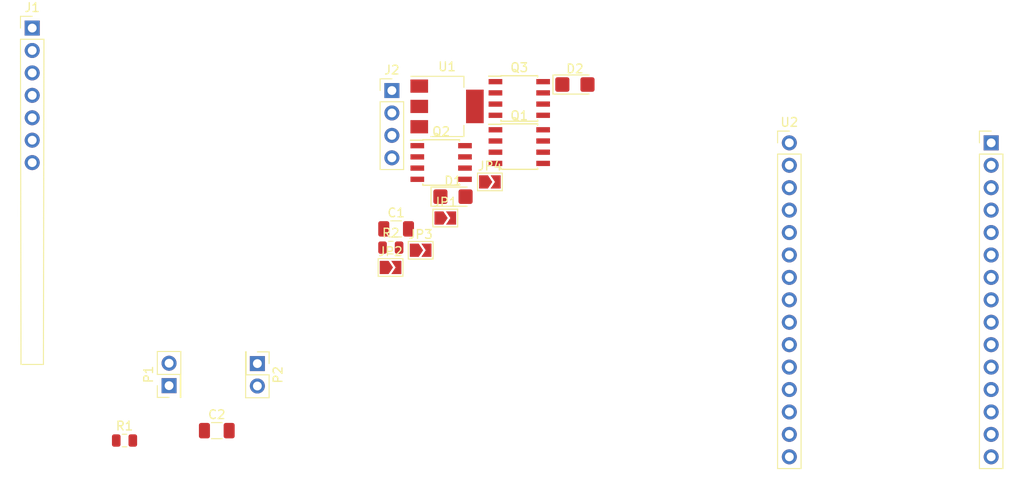
<source format=kicad_pcb>
(kicad_pcb (version 20171130) (host pcbnew 5.1.0-unknown-3692c51~82~ubuntu16.04.1)

  (general
    (thickness 1.6)
    (drawings 0)
    (tracks 0)
    (zones 0)
    (modules 19)
    (nets 12)
  )

  (page A4)
  (layers
    (0 F.Cu signal)
    (31 B.Cu signal)
    (32 B.Adhes user)
    (33 F.Adhes user)
    (34 B.Paste user)
    (35 F.Paste user)
    (36 B.SilkS user)
    (37 F.SilkS user)
    (38 B.Mask user)
    (39 F.Mask user)
    (40 Dwgs.User user)
    (41 Cmts.User user)
    (42 Eco1.User user)
    (43 Eco2.User user)
    (44 Edge.Cuts user)
    (45 Margin user)
    (46 B.CrtYd user)
    (47 F.CrtYd user)
    (48 B.Fab user)
    (49 F.Fab user)
  )

  (setup
    (last_trace_width 0.25)
    (trace_clearance 0.2)
    (zone_clearance 0.508)
    (zone_45_only no)
    (trace_min 0.2)
    (via_size 0.8)
    (via_drill 0.4)
    (via_min_size 0.4)
    (via_min_drill 0.3)
    (uvia_size 0.3)
    (uvia_drill 0.1)
    (uvias_allowed no)
    (uvia_min_size 0.2)
    (uvia_min_drill 0.1)
    (edge_width 0.15)
    (segment_width 0.2)
    (pcb_text_width 0.3)
    (pcb_text_size 1.5 1.5)
    (mod_edge_width 0.15)
    (mod_text_size 1 1)
    (mod_text_width 0.15)
    (pad_size 1.524 1.524)
    (pad_drill 0.762)
    (pad_to_mask_clearance 0.051)
    (solder_mask_min_width 0.25)
    (aux_axis_origin 0 0)
    (visible_elements FFFFFF7F)
    (pcbplotparams
      (layerselection 0x010fc_ffffffff)
      (usegerberextensions false)
      (usegerberattributes false)
      (usegerberadvancedattributes false)
      (creategerberjobfile false)
      (excludeedgelayer true)
      (linewidth 0.100000)
      (plotframeref false)
      (viasonmask false)
      (mode 1)
      (useauxorigin false)
      (hpglpennumber 1)
      (hpglpenspeed 20)
      (hpglpendiameter 15.000000)
      (psnegative false)
      (psa4output false)
      (plotreference true)
      (plotvalue true)
      (plotinvisibletext false)
      (padsonsilk false)
      (subtractmaskfromsilk false)
      (outputformat 1)
      (mirror false)
      (drillshape 1)
      (scaleselection 1)
      (outputdirectory ""))
  )

  (net 0 "")
  (net 1 GND)
  (net 2 +5V)
  (net 3 /GATE)
  (net 4 "Net-(P2-Pad2)")
  (net 5 +BATT)
  (net 6 "Net-(D1-Pad2)")
  (net 7 "Net-(D2-Pad1)")
  (net 8 "Net-(J1-Pad3)")
  (net 9 "Net-(J1-Pad4)")
  (net 10 "Net-(J1-Pad5)")
  (net 11 "Net-(J1-Pad6)")

  (net_class Default "This is the default net class."
    (clearance 0.2)
    (trace_width 0.25)
    (via_dia 0.8)
    (via_drill 0.4)
    (uvia_dia 0.3)
    (uvia_drill 0.1)
    (add_net +5V)
    (add_net +BATT)
    (add_net /GATE)
    (add_net GND)
    (add_net "Net-(D1-Pad2)")
    (add_net "Net-(D2-Pad1)")
    (add_net "Net-(J1-Pad3)")
    (add_net "Net-(J1-Pad4)")
    (add_net "Net-(J1-Pad5)")
    (add_net "Net-(J1-Pad6)")
    (add_net "Net-(P2-Pad2)")
  )

  (module Capacitor_SMD:C_1206_3216Metric (layer F.Cu) (tedit 5B301BBE) (tstamp 5D0F21A6)
    (at 198.715001 103.245001)
    (descr "Capacitor SMD 1206 (3216 Metric), square (rectangular) end terminal, IPC_7351 nominal, (Body size source: http://www.tortai-tech.com/upload/download/2011102023233369053.pdf), generated with kicad-footprint-generator")
    (tags capacitor)
    (path /5CDF2BFF)
    (attr smd)
    (fp_text reference C1 (at 0 -1.82) (layer F.SilkS)
      (effects (font (size 1 1) (thickness 0.15)))
    )
    (fp_text value 4.7uF (at 0 1.82) (layer F.Fab)
      (effects (font (size 1 1) (thickness 0.15)))
    )
    (fp_text user %R (at 0 0) (layer F.Fab)
      (effects (font (size 0.8 0.8) (thickness 0.12)))
    )
    (fp_line (start 2.28 1.12) (end -2.28 1.12) (layer F.CrtYd) (width 0.05))
    (fp_line (start 2.28 -1.12) (end 2.28 1.12) (layer F.CrtYd) (width 0.05))
    (fp_line (start -2.28 -1.12) (end 2.28 -1.12) (layer F.CrtYd) (width 0.05))
    (fp_line (start -2.28 1.12) (end -2.28 -1.12) (layer F.CrtYd) (width 0.05))
    (fp_line (start -0.602064 0.91) (end 0.602064 0.91) (layer F.SilkS) (width 0.12))
    (fp_line (start -0.602064 -0.91) (end 0.602064 -0.91) (layer F.SilkS) (width 0.12))
    (fp_line (start 1.6 0.8) (end -1.6 0.8) (layer F.Fab) (width 0.1))
    (fp_line (start 1.6 -0.8) (end 1.6 0.8) (layer F.Fab) (width 0.1))
    (fp_line (start -1.6 -0.8) (end 1.6 -0.8) (layer F.Fab) (width 0.1))
    (fp_line (start -1.6 0.8) (end -1.6 -0.8) (layer F.Fab) (width 0.1))
    (pad 2 smd roundrect (at 1.4 0) (size 1.25 1.75) (layers F.Cu F.Paste F.Mask) (roundrect_rratio 0.2)
      (net 1 GND))
    (pad 1 smd roundrect (at -1.4 0) (size 1.25 1.75) (layers F.Cu F.Paste F.Mask) (roundrect_rratio 0.2)
      (net 5 +BATT))
    (model ${KISYS3DMOD}/Capacitor_SMD.3dshapes/C_1206_3216Metric.wrl
      (at (xyz 0 0 0))
      (scale (xyz 1 1 1))
      (rotate (xyz 0 0 0))
    )
  )

  (module Capacitor_SMD:C_1206_3216Metric (layer F.Cu) (tedit 5B301BBE) (tstamp 5D0F21B7)
    (at 178.405001 126.095001)
    (descr "Capacitor SMD 1206 (3216 Metric), square (rectangular) end terminal, IPC_7351 nominal, (Body size source: http://www.tortai-tech.com/upload/download/2011102023233369053.pdf), generated with kicad-footprint-generator")
    (tags capacitor)
    (path /5CDF3074)
    (attr smd)
    (fp_text reference C2 (at 0 -1.82) (layer F.SilkS)
      (effects (font (size 1 1) (thickness 0.15)))
    )
    (fp_text value 10uF (at 0 1.82) (layer F.Fab)
      (effects (font (size 1 1) (thickness 0.15)))
    )
    (fp_line (start -1.6 0.8) (end -1.6 -0.8) (layer F.Fab) (width 0.1))
    (fp_line (start -1.6 -0.8) (end 1.6 -0.8) (layer F.Fab) (width 0.1))
    (fp_line (start 1.6 -0.8) (end 1.6 0.8) (layer F.Fab) (width 0.1))
    (fp_line (start 1.6 0.8) (end -1.6 0.8) (layer F.Fab) (width 0.1))
    (fp_line (start -0.602064 -0.91) (end 0.602064 -0.91) (layer F.SilkS) (width 0.12))
    (fp_line (start -0.602064 0.91) (end 0.602064 0.91) (layer F.SilkS) (width 0.12))
    (fp_line (start -2.28 1.12) (end -2.28 -1.12) (layer F.CrtYd) (width 0.05))
    (fp_line (start -2.28 -1.12) (end 2.28 -1.12) (layer F.CrtYd) (width 0.05))
    (fp_line (start 2.28 -1.12) (end 2.28 1.12) (layer F.CrtYd) (width 0.05))
    (fp_line (start 2.28 1.12) (end -2.28 1.12) (layer F.CrtYd) (width 0.05))
    (fp_text user %R (at 0 0) (layer F.Fab)
      (effects (font (size 0.8 0.8) (thickness 0.12)))
    )
    (pad 1 smd roundrect (at -1.4 0) (size 1.25 1.75) (layers F.Cu F.Paste F.Mask) (roundrect_rratio 0.2)
      (net 2 +5V))
    (pad 2 smd roundrect (at 1.4 0) (size 1.25 1.75) (layers F.Cu F.Paste F.Mask) (roundrect_rratio 0.2)
      (net 1 GND))
    (model ${KISYS3DMOD}/Capacitor_SMD.3dshapes/C_1206_3216Metric.wrl
      (at (xyz 0 0 0))
      (scale (xyz 1 1 1))
      (rotate (xyz 0 0 0))
    )
  )

  (module LED_SMD:LED_1206_3216Metric_Castellated (layer F.Cu) (tedit 5B301BBE) (tstamp 5D0F21CA)
    (at 205.155001 99.595001)
    (descr "LED SMD 1206 (3216 Metric), castellated end terminal, IPC_7351 nominal, (Body size source: http://www.tortai-tech.com/upload/download/2011102023233369053.pdf), generated with kicad-footprint-generator")
    (tags "LED castellated")
    (path /5CDF2F86)
    (attr smd)
    (fp_text reference D1 (at 0 -1.78) (layer F.SilkS)
      (effects (font (size 1 1) (thickness 0.15)))
    )
    (fp_text value LED_GREEN (at 0 1.78) (layer F.Fab)
      (effects (font (size 1 1) (thickness 0.15)))
    )
    (fp_line (start 1.6 -0.8) (end -1.2 -0.8) (layer F.Fab) (width 0.1))
    (fp_line (start -1.2 -0.8) (end -1.6 -0.4) (layer F.Fab) (width 0.1))
    (fp_line (start -1.6 -0.4) (end -1.6 0.8) (layer F.Fab) (width 0.1))
    (fp_line (start -1.6 0.8) (end 1.6 0.8) (layer F.Fab) (width 0.1))
    (fp_line (start 1.6 0.8) (end 1.6 -0.8) (layer F.Fab) (width 0.1))
    (fp_line (start 1.6 -1.085) (end -2.485 -1.085) (layer F.SilkS) (width 0.12))
    (fp_line (start -2.485 -1.085) (end -2.485 1.085) (layer F.SilkS) (width 0.12))
    (fp_line (start -2.485 1.085) (end 1.6 1.085) (layer F.SilkS) (width 0.12))
    (fp_line (start -2.48 1.08) (end -2.48 -1.08) (layer F.CrtYd) (width 0.05))
    (fp_line (start -2.48 -1.08) (end 2.48 -1.08) (layer F.CrtYd) (width 0.05))
    (fp_line (start 2.48 -1.08) (end 2.48 1.08) (layer F.CrtYd) (width 0.05))
    (fp_line (start 2.48 1.08) (end -2.48 1.08) (layer F.CrtYd) (width 0.05))
    (fp_text user %R (at 0 0) (layer F.Fab)
      (effects (font (size 0.8 0.8) (thickness 0.12)))
    )
    (pad 1 smd roundrect (at -1.425 0) (size 1.6 1.65) (layers F.Cu F.Paste F.Mask) (roundrect_rratio 0.15625)
      (net 1 GND))
    (pad 2 smd roundrect (at 1.425 0) (size 1.6 1.65) (layers F.Cu F.Paste F.Mask) (roundrect_rratio 0.15625)
      (net 6 "Net-(D1-Pad2)"))
    (model ${KISYS3DMOD}/LED_SMD.3dshapes/LED_1206_3216Metric_Castellated.wrl
      (at (xyz 0 0 0))
      (scale (xyz 1 1 1))
      (rotate (xyz 0 0 0))
    )
  )

  (module LED_SMD:LED_1206_3216Metric_Castellated (layer F.Cu) (tedit 5B301BBE) (tstamp 5D0F21DD)
    (at 218.965001 86.895001)
    (descr "LED SMD 1206 (3216 Metric), castellated end terminal, IPC_7351 nominal, (Body size source: http://www.tortai-tech.com/upload/download/2011102023233369053.pdf), generated with kicad-footprint-generator")
    (tags "LED castellated")
    (path /5CDFB063)
    (attr smd)
    (fp_text reference D2 (at 0 -1.78) (layer F.SilkS)
      (effects (font (size 1 1) (thickness 0.15)))
    )
    (fp_text value LED_RED (at 0 1.78) (layer F.Fab)
      (effects (font (size 1 1) (thickness 0.15)))
    )
    (fp_text user %R (at 0 0) (layer F.Fab)
      (effects (font (size 0.8 0.8) (thickness 0.12)))
    )
    (fp_line (start 2.48 1.08) (end -2.48 1.08) (layer F.CrtYd) (width 0.05))
    (fp_line (start 2.48 -1.08) (end 2.48 1.08) (layer F.CrtYd) (width 0.05))
    (fp_line (start -2.48 -1.08) (end 2.48 -1.08) (layer F.CrtYd) (width 0.05))
    (fp_line (start -2.48 1.08) (end -2.48 -1.08) (layer F.CrtYd) (width 0.05))
    (fp_line (start -2.485 1.085) (end 1.6 1.085) (layer F.SilkS) (width 0.12))
    (fp_line (start -2.485 -1.085) (end -2.485 1.085) (layer F.SilkS) (width 0.12))
    (fp_line (start 1.6 -1.085) (end -2.485 -1.085) (layer F.SilkS) (width 0.12))
    (fp_line (start 1.6 0.8) (end 1.6 -0.8) (layer F.Fab) (width 0.1))
    (fp_line (start -1.6 0.8) (end 1.6 0.8) (layer F.Fab) (width 0.1))
    (fp_line (start -1.6 -0.4) (end -1.6 0.8) (layer F.Fab) (width 0.1))
    (fp_line (start -1.2 -0.8) (end -1.6 -0.4) (layer F.Fab) (width 0.1))
    (fp_line (start 1.6 -0.8) (end -1.2 -0.8) (layer F.Fab) (width 0.1))
    (pad 2 smd roundrect (at 1.425 0) (size 1.6 1.65) (layers F.Cu F.Paste F.Mask) (roundrect_rratio 0.15625)
      (net 3 /GATE))
    (pad 1 smd roundrect (at -1.425 0) (size 1.6 1.65) (layers F.Cu F.Paste F.Mask) (roundrect_rratio 0.15625)
      (net 7 "Net-(D2-Pad1)"))
    (model ${KISYS3DMOD}/LED_SMD.3dshapes/LED_1206_3216Metric_Castellated.wrl
      (at (xyz 0 0 0))
      (scale (xyz 1 1 1))
      (rotate (xyz 0 0 0))
    )
  )

  (module roomba_pcb:Receiver_IARC (layer F.Cu) (tedit 59FA5945) (tstamp 5CEEB21B)
    (at 157.5 80.5)
    (descr "Through hole straight pin header, 1x07, 2.54mm pitch, single row")
    (tags "Through hole pin header THT 1x07 2.54mm single row")
    (path /5CDF89FF)
    (fp_text reference J1 (at 0 -2.33) (layer F.SilkS)
      (effects (font (size 1 1) (thickness 0.15)))
    )
    (fp_text value RECEIVER (at 0 39.37) (layer F.Fab)
      (effects (font (size 1 1) (thickness 0.15)))
    )
    (fp_line (start -0.635 -1.27) (end 1.27 -1.27) (layer F.Fab) (width 0.1))
    (fp_line (start 1.27 -1.27) (end 1.27 38.1) (layer F.Fab) (width 0.1))
    (fp_line (start 1.27 38.1) (end -1.27 38.1) (layer F.Fab) (width 0.1))
    (fp_line (start -1.27 38.1) (end -1.27 -0.635) (layer F.Fab) (width 0.1))
    (fp_line (start -1.27 -0.635) (end -0.635 -1.27) (layer F.Fab) (width 0.1))
    (fp_line (start -1.27 38.1) (end 1.27 38.1) (layer F.SilkS) (width 0.12))
    (fp_line (start -1.33 1.27) (end -1.27 38.1) (layer F.SilkS) (width 0.12))
    (fp_line (start 1.33 1.27) (end 1.27 38.1) (layer F.SilkS) (width 0.12))
    (fp_line (start -1.33 1.27) (end 1.33 1.27) (layer F.SilkS) (width 0.12))
    (fp_line (start -1.33 0) (end -1.33 -1.33) (layer F.SilkS) (width 0.12))
    (fp_line (start -1.33 -1.33) (end 0 -1.33) (layer F.SilkS) (width 0.12))
    (fp_line (start -1.8 -1.8) (end -1.8 38.64) (layer F.CrtYd) (width 0.05))
    (fp_line (start -1.8 38.64) (end 1.8 38.64) (layer F.CrtYd) (width 0.05))
    (fp_line (start 1.8 38.64) (end 1.8 -1.8) (layer F.CrtYd) (width 0.05))
    (fp_line (start 1.8 -1.8) (end -1.8 -1.8) (layer F.CrtYd) (width 0.05))
    (fp_text user %R (at 0 7.62 90) (layer F.Fab)
      (effects (font (size 1 1) (thickness 0.15)))
    )
    (pad 1 thru_hole rect (at 0 0) (size 1.7 1.7) (drill 1) (layers *.Cu *.Mask)
      (net 1 GND))
    (pad 2 thru_hole oval (at 0 2.54) (size 1.7 1.7) (drill 1) (layers *.Cu *.Mask)
      (net 2 +5V))
    (pad 3 thru_hole oval (at 0 5.08) (size 1.7 1.7) (drill 1) (layers *.Cu *.Mask)
      (net 8 "Net-(J1-Pad3)"))
    (pad 4 thru_hole oval (at 0 7.62) (size 1.7 1.7) (drill 1) (layers *.Cu *.Mask)
      (net 9 "Net-(J1-Pad4)"))
    (pad 5 thru_hole oval (at 0 10.16) (size 1.7 1.7) (drill 1) (layers *.Cu *.Mask)
      (net 10 "Net-(J1-Pad5)"))
    (pad 6 thru_hole oval (at 0 12.7) (size 1.7 1.7) (drill 1) (layers *.Cu *.Mask)
      (net 11 "Net-(J1-Pad6)"))
    (pad 7 thru_hole oval (at 0 15.24) (size 1.7 1.7) (drill 1) (layers *.Cu *.Mask))
    (model ${KISYS3DMOD}/Pin_Headers.3dshapes/Pin_Header_Straight_1x07_Pitch2.54mm.wrl
      (at (xyz 0 0 0))
      (scale (xyz 1 1 1))
      (rotate (xyz 0 0 0))
    )
  )

  (module Connector_PinHeader_2.54mm:PinHeader_1x04_P2.54mm_Vertical (layer F.Cu) (tedit 59FED5CC) (tstamp 5D0F2210)
    (at 198.235001 87.575001)
    (descr "Through hole straight pin header, 1x04, 2.54mm pitch, single row")
    (tags "Through hole pin header THT 1x04 2.54mm single row")
    (path /5CE01028)
    (fp_text reference J2 (at 0 -2.33) (layer F.SilkS)
      (effects (font (size 1 1) (thickness 0.15)))
    )
    (fp_text value Conn_01x04 (at 0 9.95) (layer F.Fab)
      (effects (font (size 1 1) (thickness 0.15)))
    )
    (fp_line (start -0.635 -1.27) (end 1.27 -1.27) (layer F.Fab) (width 0.1))
    (fp_line (start 1.27 -1.27) (end 1.27 8.89) (layer F.Fab) (width 0.1))
    (fp_line (start 1.27 8.89) (end -1.27 8.89) (layer F.Fab) (width 0.1))
    (fp_line (start -1.27 8.89) (end -1.27 -0.635) (layer F.Fab) (width 0.1))
    (fp_line (start -1.27 -0.635) (end -0.635 -1.27) (layer F.Fab) (width 0.1))
    (fp_line (start -1.33 8.95) (end 1.33 8.95) (layer F.SilkS) (width 0.12))
    (fp_line (start -1.33 1.27) (end -1.33 8.95) (layer F.SilkS) (width 0.12))
    (fp_line (start 1.33 1.27) (end 1.33 8.95) (layer F.SilkS) (width 0.12))
    (fp_line (start -1.33 1.27) (end 1.33 1.27) (layer F.SilkS) (width 0.12))
    (fp_line (start -1.33 0) (end -1.33 -1.33) (layer F.SilkS) (width 0.12))
    (fp_line (start -1.33 -1.33) (end 0 -1.33) (layer F.SilkS) (width 0.12))
    (fp_line (start -1.8 -1.8) (end -1.8 9.4) (layer F.CrtYd) (width 0.05))
    (fp_line (start -1.8 9.4) (end 1.8 9.4) (layer F.CrtYd) (width 0.05))
    (fp_line (start 1.8 9.4) (end 1.8 -1.8) (layer F.CrtYd) (width 0.05))
    (fp_line (start 1.8 -1.8) (end -1.8 -1.8) (layer F.CrtYd) (width 0.05))
    (fp_text user %R (at 0 3.81 90) (layer F.Fab)
      (effects (font (size 1 1) (thickness 0.15)))
    )
    (pad 1 thru_hole rect (at 0 0) (size 1.7 1.7) (drill 1) (layers *.Cu *.Mask)
      (net 5 +BATT))
    (pad 2 thru_hole oval (at 0 2.54) (size 1.7 1.7) (drill 1) (layers *.Cu *.Mask)
      (net 2 +5V))
    (pad 3 thru_hole oval (at 0 5.08) (size 1.7 1.7) (drill 1) (layers *.Cu *.Mask)
      (net 3 /GATE))
    (pad 4 thru_hole oval (at 0 7.62) (size 1.7 1.7) (drill 1) (layers *.Cu *.Mask)
      (net 1 GND))
    (model ${KISYS3DMOD}/Connector_PinHeader_2.54mm.3dshapes/PinHeader_1x04_P2.54mm_Vertical.wrl
      (at (xyz 0 0 0))
      (scale (xyz 1 1 1))
      (rotate (xyz 0 0 0))
    )
  )

  (module Jumper:SolderJumper-2_P1.3mm_Open_TrianglePad1.0x1.5mm (layer F.Cu) (tedit 5A64794F) (tstamp 5D0F221E)
    (at 204.285001 102.015001)
    (descr "SMD Solder Jumper, 1x1.5mm Triangular Pads, 0.3mm gap, open")
    (tags "solder jumper open")
    (path /5CDF940E)
    (attr virtual)
    (fp_text reference JP1 (at 0 -1.8) (layer F.SilkS)
      (effects (font (size 1 1) (thickness 0.15)))
    )
    (fp_text value Jumper (at 0 1.9) (layer F.Fab)
      (effects (font (size 1 1) (thickness 0.15)))
    )
    (fp_line (start -1.4 1) (end -1.4 -1) (layer F.SilkS) (width 0.12))
    (fp_line (start 1.4 1) (end -1.4 1) (layer F.SilkS) (width 0.12))
    (fp_line (start 1.4 -1) (end 1.4 1) (layer F.SilkS) (width 0.12))
    (fp_line (start -1.4 -1) (end 1.4 -1) (layer F.SilkS) (width 0.12))
    (fp_line (start -1.65 -1.25) (end 1.65 -1.25) (layer F.CrtYd) (width 0.05))
    (fp_line (start -1.65 -1.25) (end -1.65 1.25) (layer F.CrtYd) (width 0.05))
    (fp_line (start 1.65 1.25) (end 1.65 -1.25) (layer F.CrtYd) (width 0.05))
    (fp_line (start 1.65 1.25) (end -1.65 1.25) (layer F.CrtYd) (width 0.05))
    (pad 2 smd custom (at 0.725 0) (size 0.3 0.3) (layers F.Cu F.Mask)
      (net 3 /GATE) (zone_connect 0)
      (options (clearance outline) (anchor rect))
      (primitives
        (gr_poly (pts
           (xy -0.65 -0.75) (xy 0.5 -0.75) (xy 0.5 0.75) (xy -0.65 0.75) (xy -0.15 0)
) (width 0))
      ))
    (pad 1 smd custom (at -0.725 0) (size 0.3 0.3) (layers F.Cu F.Mask)
      (net 8 "Net-(J1-Pad3)") (zone_connect 0)
      (options (clearance outline) (anchor rect))
      (primitives
        (gr_poly (pts
           (xy -0.5 -0.75) (xy 0.5 -0.75) (xy 1 0) (xy 0.5 0.75) (xy -0.5 0.75)
) (width 0))
      ))
  )

  (module Jumper:SolderJumper-2_P1.3mm_Open_TrianglePad1.0x1.5mm (layer F.Cu) (tedit 5A64794F) (tstamp 5D0F222C)
    (at 198.085001 107.615001)
    (descr "SMD Solder Jumper, 1x1.5mm Triangular Pads, 0.3mm gap, open")
    (tags "solder jumper open")
    (path /5CDF96DB)
    (attr virtual)
    (fp_text reference JP2 (at 0 -1.8) (layer F.SilkS)
      (effects (font (size 1 1) (thickness 0.15)))
    )
    (fp_text value Jumper (at 0 1.9) (layer F.Fab)
      (effects (font (size 1 1) (thickness 0.15)))
    )
    (fp_line (start 1.65 1.25) (end -1.65 1.25) (layer F.CrtYd) (width 0.05))
    (fp_line (start 1.65 1.25) (end 1.65 -1.25) (layer F.CrtYd) (width 0.05))
    (fp_line (start -1.65 -1.25) (end -1.65 1.25) (layer F.CrtYd) (width 0.05))
    (fp_line (start -1.65 -1.25) (end 1.65 -1.25) (layer F.CrtYd) (width 0.05))
    (fp_line (start -1.4 -1) (end 1.4 -1) (layer F.SilkS) (width 0.12))
    (fp_line (start 1.4 -1) (end 1.4 1) (layer F.SilkS) (width 0.12))
    (fp_line (start 1.4 1) (end -1.4 1) (layer F.SilkS) (width 0.12))
    (fp_line (start -1.4 1) (end -1.4 -1) (layer F.SilkS) (width 0.12))
    (pad 1 smd custom (at -0.725 0) (size 0.3 0.3) (layers F.Cu F.Mask)
      (net 9 "Net-(J1-Pad4)") (zone_connect 0)
      (options (clearance outline) (anchor rect))
      (primitives
        (gr_poly (pts
           (xy -0.5 -0.75) (xy 0.5 -0.75) (xy 1 0) (xy 0.5 0.75) (xy -0.5 0.75)
) (width 0))
      ))
    (pad 2 smd custom (at 0.725 0) (size 0.3 0.3) (layers F.Cu F.Mask)
      (net 3 /GATE) (zone_connect 0)
      (options (clearance outline) (anchor rect))
      (primitives
        (gr_poly (pts
           (xy -0.65 -0.75) (xy 0.5 -0.75) (xy 0.5 0.75) (xy -0.65 0.75) (xy -0.15 0)
) (width 0))
      ))
  )

  (module Jumper:SolderJumper-2_P1.3mm_Open_TrianglePad1.0x1.5mm (layer F.Cu) (tedit 5A64794F) (tstamp 5D0F223A)
    (at 201.495001 105.665001)
    (descr "SMD Solder Jumper, 1x1.5mm Triangular Pads, 0.3mm gap, open")
    (tags "solder jumper open")
    (path /5CDF9705)
    (attr virtual)
    (fp_text reference JP3 (at 0 -1.8) (layer F.SilkS)
      (effects (font (size 1 1) (thickness 0.15)))
    )
    (fp_text value Jumper (at 0 1.9) (layer F.Fab)
      (effects (font (size 1 1) (thickness 0.15)))
    )
    (fp_line (start -1.4 1) (end -1.4 -1) (layer F.SilkS) (width 0.12))
    (fp_line (start 1.4 1) (end -1.4 1) (layer F.SilkS) (width 0.12))
    (fp_line (start 1.4 -1) (end 1.4 1) (layer F.SilkS) (width 0.12))
    (fp_line (start -1.4 -1) (end 1.4 -1) (layer F.SilkS) (width 0.12))
    (fp_line (start -1.65 -1.25) (end 1.65 -1.25) (layer F.CrtYd) (width 0.05))
    (fp_line (start -1.65 -1.25) (end -1.65 1.25) (layer F.CrtYd) (width 0.05))
    (fp_line (start 1.65 1.25) (end 1.65 -1.25) (layer F.CrtYd) (width 0.05))
    (fp_line (start 1.65 1.25) (end -1.65 1.25) (layer F.CrtYd) (width 0.05))
    (pad 2 smd custom (at 0.725 0) (size 0.3 0.3) (layers F.Cu F.Mask)
      (net 3 /GATE) (zone_connect 0)
      (options (clearance outline) (anchor rect))
      (primitives
        (gr_poly (pts
           (xy -0.65 -0.75) (xy 0.5 -0.75) (xy 0.5 0.75) (xy -0.65 0.75) (xy -0.15 0)
) (width 0))
      ))
    (pad 1 smd custom (at -0.725 0) (size 0.3 0.3) (layers F.Cu F.Mask)
      (net 10 "Net-(J1-Pad5)") (zone_connect 0)
      (options (clearance outline) (anchor rect))
      (primitives
        (gr_poly (pts
           (xy -0.5 -0.75) (xy 0.5 -0.75) (xy 1 0) (xy 0.5 0.75) (xy -0.5 0.75)
) (width 0))
      ))
  )

  (module Jumper:SolderJumper-2_P1.3mm_Open_TrianglePad1.0x1.5mm (layer F.Cu) (tedit 5A64794F) (tstamp 5D0F2248)
    (at 209.335001 97.925001)
    (descr "SMD Solder Jumper, 1x1.5mm Triangular Pads, 0.3mm gap, open")
    (tags "solder jumper open")
    (path /5CDF9749)
    (attr virtual)
    (fp_text reference JP4 (at 0 -1.8) (layer F.SilkS)
      (effects (font (size 1 1) (thickness 0.15)))
    )
    (fp_text value Jumper (at 0 1.9) (layer F.Fab)
      (effects (font (size 1 1) (thickness 0.15)))
    )
    (fp_line (start 1.65 1.25) (end -1.65 1.25) (layer F.CrtYd) (width 0.05))
    (fp_line (start 1.65 1.25) (end 1.65 -1.25) (layer F.CrtYd) (width 0.05))
    (fp_line (start -1.65 -1.25) (end -1.65 1.25) (layer F.CrtYd) (width 0.05))
    (fp_line (start -1.65 -1.25) (end 1.65 -1.25) (layer F.CrtYd) (width 0.05))
    (fp_line (start -1.4 -1) (end 1.4 -1) (layer F.SilkS) (width 0.12))
    (fp_line (start 1.4 -1) (end 1.4 1) (layer F.SilkS) (width 0.12))
    (fp_line (start 1.4 1) (end -1.4 1) (layer F.SilkS) (width 0.12))
    (fp_line (start -1.4 1) (end -1.4 -1) (layer F.SilkS) (width 0.12))
    (pad 1 smd custom (at -0.725 0) (size 0.3 0.3) (layers F.Cu F.Mask)
      (net 11 "Net-(J1-Pad6)") (zone_connect 0)
      (options (clearance outline) (anchor rect))
      (primitives
        (gr_poly (pts
           (xy -0.5 -0.75) (xy 0.5 -0.75) (xy 1 0) (xy 0.5 0.75) (xy -0.5 0.75)
) (width 0))
      ))
    (pad 2 smd custom (at 0.725 0) (size 0.3 0.3) (layers F.Cu F.Mask)
      (net 3 /GATE) (zone_connect 0)
      (options (clearance outline) (anchor rect))
      (primitives
        (gr_poly (pts
           (xy -0.65 -0.75) (xy 0.5 -0.75) (xy 0.5 0.75) (xy -0.65 0.75) (xy -0.15 0)
) (width 0))
      ))
  )

  (module Connector_PinHeader_2.54mm:PinHeader_2x01_P2.54mm_Vertical (layer F.Cu) (tedit 59FED5CC) (tstamp 5D0F2260)
    (at 173 121 90)
    (descr "Through hole straight pin header, 2x01, 2.54mm pitch, double rows")
    (tags "Through hole pin header THT 2x01 2.54mm double row")
    (path /5CDF3614)
    (fp_text reference P1 (at 1.27 -2.33 90) (layer F.SilkS)
      (effects (font (size 1 1) (thickness 0.15)))
    )
    (fp_text value HEADER2 (at 1.27 2.33 90) (layer F.Fab)
      (effects (font (size 1 1) (thickness 0.15)))
    )
    (fp_line (start 0 -1.27) (end 3.81 -1.27) (layer F.Fab) (width 0.1))
    (fp_line (start 3.81 -1.27) (end 3.81 1.27) (layer F.Fab) (width 0.1))
    (fp_line (start 3.81 1.27) (end -1.27 1.27) (layer F.Fab) (width 0.1))
    (fp_line (start -1.27 1.27) (end -1.27 0) (layer F.Fab) (width 0.1))
    (fp_line (start -1.27 0) (end 0 -1.27) (layer F.Fab) (width 0.1))
    (fp_line (start -1.33 1.33) (end 3.87 1.33) (layer F.SilkS) (width 0.12))
    (fp_line (start -1.33 1.27) (end -1.33 1.33) (layer F.SilkS) (width 0.12))
    (fp_line (start 3.87 -1.33) (end 3.87 1.33) (layer F.SilkS) (width 0.12))
    (fp_line (start -1.33 1.27) (end 1.27 1.27) (layer F.SilkS) (width 0.12))
    (fp_line (start 1.27 1.27) (end 1.27 -1.33) (layer F.SilkS) (width 0.12))
    (fp_line (start 1.27 -1.33) (end 3.87 -1.33) (layer F.SilkS) (width 0.12))
    (fp_line (start -1.33 0) (end -1.33 -1.33) (layer F.SilkS) (width 0.12))
    (fp_line (start -1.33 -1.33) (end 0 -1.33) (layer F.SilkS) (width 0.12))
    (fp_line (start -1.8 -1.8) (end -1.8 1.8) (layer F.CrtYd) (width 0.05))
    (fp_line (start -1.8 1.8) (end 4.35 1.8) (layer F.CrtYd) (width 0.05))
    (fp_line (start 4.35 1.8) (end 4.35 -1.8) (layer F.CrtYd) (width 0.05))
    (fp_line (start 4.35 -1.8) (end -1.8 -1.8) (layer F.CrtYd) (width 0.05))
    (fp_text user %R (at 1.27 0 180) (layer F.Fab)
      (effects (font (size 1 1) (thickness 0.15)))
    )
    (pad 1 thru_hole rect (at 0 0 90) (size 1.7 1.7) (drill 1) (layers *.Cu *.Mask)
      (net 1 GND))
    (pad 2 thru_hole oval (at 2.54 0 90) (size 1.7 1.7) (drill 1) (layers *.Cu *.Mask)
      (net 5 +BATT))
    (model ${KISYS3DMOD}/Connector_PinHeader_2.54mm.3dshapes/PinHeader_2x01_P2.54mm_Vertical.wrl
      (at (xyz 0 0 0))
      (scale (xyz 1 1 1))
      (rotate (xyz 0 0 0))
    )
  )

  (module Connector_PinHeader_2.54mm:PinHeader_2x01_P2.54mm_Vertical (layer F.Cu) (tedit 59FED5CC) (tstamp 5D0F2278)
    (at 183 118.5 270)
    (descr "Through hole straight pin header, 2x01, 2.54mm pitch, double rows")
    (tags "Through hole pin header THT 2x01 2.54mm double row")
    (path /5CDF6130)
    (fp_text reference P2 (at 1.27 -2.33 270) (layer F.SilkS)
      (effects (font (size 1 1) (thickness 0.15)))
    )
    (fp_text value TOMOTORS (at 1.27 2.33 270) (layer F.Fab)
      (effects (font (size 1 1) (thickness 0.15)))
    )
    (fp_text user %R (at 1.27 0) (layer F.Fab)
      (effects (font (size 1 1) (thickness 0.15)))
    )
    (fp_line (start 4.35 -1.8) (end -1.8 -1.8) (layer F.CrtYd) (width 0.05))
    (fp_line (start 4.35 1.8) (end 4.35 -1.8) (layer F.CrtYd) (width 0.05))
    (fp_line (start -1.8 1.8) (end 4.35 1.8) (layer F.CrtYd) (width 0.05))
    (fp_line (start -1.8 -1.8) (end -1.8 1.8) (layer F.CrtYd) (width 0.05))
    (fp_line (start -1.33 -1.33) (end 0 -1.33) (layer F.SilkS) (width 0.12))
    (fp_line (start -1.33 0) (end -1.33 -1.33) (layer F.SilkS) (width 0.12))
    (fp_line (start 1.27 -1.33) (end 3.87 -1.33) (layer F.SilkS) (width 0.12))
    (fp_line (start 1.27 1.27) (end 1.27 -1.33) (layer F.SilkS) (width 0.12))
    (fp_line (start -1.33 1.27) (end 1.27 1.27) (layer F.SilkS) (width 0.12))
    (fp_line (start 3.87 -1.33) (end 3.87 1.33) (layer F.SilkS) (width 0.12))
    (fp_line (start -1.33 1.27) (end -1.33 1.33) (layer F.SilkS) (width 0.12))
    (fp_line (start -1.33 1.33) (end 3.87 1.33) (layer F.SilkS) (width 0.12))
    (fp_line (start -1.27 0) (end 0 -1.27) (layer F.Fab) (width 0.1))
    (fp_line (start -1.27 1.27) (end -1.27 0) (layer F.Fab) (width 0.1))
    (fp_line (start 3.81 1.27) (end -1.27 1.27) (layer F.Fab) (width 0.1))
    (fp_line (start 3.81 -1.27) (end 3.81 1.27) (layer F.Fab) (width 0.1))
    (fp_line (start 0 -1.27) (end 3.81 -1.27) (layer F.Fab) (width 0.1))
    (pad 2 thru_hole oval (at 2.54 0 270) (size 1.7 1.7) (drill 1) (layers *.Cu *.Mask)
      (net 4 "Net-(P2-Pad2)"))
    (pad 1 thru_hole rect (at 0 0 270) (size 1.7 1.7) (drill 1) (layers *.Cu *.Mask)
      (net 5 +BATT))
    (model ${KISYS3DMOD}/Connector_PinHeader_2.54mm.3dshapes/PinHeader_2x01_P2.54mm_Vertical.wrl
      (at (xyz 0 0 0))
      (scale (xyz 1 1 1))
      (rotate (xyz 0 0 0))
    )
  )

  (module Package_SO:SOIC-8_3.9x4.9mm_P1.27mm (layer F.Cu) (tedit 5A02F2D3) (tstamp 5D0F2295)
    (at 212.665001 93.925001)
    (descr "8-Lead Plastic Small Outline (SN) - Narrow, 3.90 mm Body [SOIC] (see Microchip Packaging Specification http://ww1.microchip.com/downloads/en/PackagingSpec/00000049BQ.pdf)")
    (tags "SOIC 1.27")
    (path /5CDF3BD9)
    (attr smd)
    (fp_text reference Q1 (at 0 -3.5) (layer F.SilkS)
      (effects (font (size 1 1) (thickness 0.15)))
    )
    (fp_text value IRF8301M (at 0 3.5) (layer F.Fab)
      (effects (font (size 1 1) (thickness 0.15)))
    )
    (fp_text user %R (at 0 0) (layer F.Fab)
      (effects (font (size 1 1) (thickness 0.15)))
    )
    (fp_line (start -0.95 -2.45) (end 1.95 -2.45) (layer F.Fab) (width 0.1))
    (fp_line (start 1.95 -2.45) (end 1.95 2.45) (layer F.Fab) (width 0.1))
    (fp_line (start 1.95 2.45) (end -1.95 2.45) (layer F.Fab) (width 0.1))
    (fp_line (start -1.95 2.45) (end -1.95 -1.45) (layer F.Fab) (width 0.1))
    (fp_line (start -1.95 -1.45) (end -0.95 -2.45) (layer F.Fab) (width 0.1))
    (fp_line (start -3.73 -2.7) (end -3.73 2.7) (layer F.CrtYd) (width 0.05))
    (fp_line (start 3.73 -2.7) (end 3.73 2.7) (layer F.CrtYd) (width 0.05))
    (fp_line (start -3.73 -2.7) (end 3.73 -2.7) (layer F.CrtYd) (width 0.05))
    (fp_line (start -3.73 2.7) (end 3.73 2.7) (layer F.CrtYd) (width 0.05))
    (fp_line (start -2.075 -2.575) (end -2.075 -2.525) (layer F.SilkS) (width 0.15))
    (fp_line (start 2.075 -2.575) (end 2.075 -2.43) (layer F.SilkS) (width 0.15))
    (fp_line (start 2.075 2.575) (end 2.075 2.43) (layer F.SilkS) (width 0.15))
    (fp_line (start -2.075 2.575) (end -2.075 2.43) (layer F.SilkS) (width 0.15))
    (fp_line (start -2.075 -2.575) (end 2.075 -2.575) (layer F.SilkS) (width 0.15))
    (fp_line (start -2.075 2.575) (end 2.075 2.575) (layer F.SilkS) (width 0.15))
    (fp_line (start -2.075 -2.525) (end -3.475 -2.525) (layer F.SilkS) (width 0.15))
    (pad 1 smd rect (at -2.7 -1.905) (size 1.55 0.6) (layers F.Cu F.Paste F.Mask)
      (net 1 GND))
    (pad 2 smd rect (at -2.7 -0.635) (size 1.55 0.6) (layers F.Cu F.Paste F.Mask)
      (net 1 GND))
    (pad 3 smd rect (at -2.7 0.635) (size 1.55 0.6) (layers F.Cu F.Paste F.Mask)
      (net 1 GND))
    (pad 4 smd rect (at -2.7 1.905) (size 1.55 0.6) (layers F.Cu F.Paste F.Mask)
      (net 3 /GATE))
    (pad 5 smd rect (at 2.7 1.905) (size 1.55 0.6) (layers F.Cu F.Paste F.Mask)
      (net 4 "Net-(P2-Pad2)"))
    (pad 6 smd rect (at 2.7 0.635) (size 1.55 0.6) (layers F.Cu F.Paste F.Mask)
      (net 4 "Net-(P2-Pad2)"))
    (pad 7 smd rect (at 2.7 -0.635) (size 1.55 0.6) (layers F.Cu F.Paste F.Mask)
      (net 4 "Net-(P2-Pad2)"))
    (pad 8 smd rect (at 2.7 -1.905) (size 1.55 0.6) (layers F.Cu F.Paste F.Mask)
      (net 4 "Net-(P2-Pad2)"))
    (model ${KISYS3DMOD}/Package_SO.3dshapes/SOIC-8_3.9x4.9mm_P1.27mm.wrl
      (at (xyz 0 0 0))
      (scale (xyz 1 1 1))
      (rotate (xyz 0 0 0))
    )
  )

  (module Package_SO:SOIC-8_3.9x4.9mm_P1.27mm (layer F.Cu) (tedit 5A02F2D3) (tstamp 5D0F22B2)
    (at 203.815001 95.725001)
    (descr "8-Lead Plastic Small Outline (SN) - Narrow, 3.90 mm Body [SOIC] (see Microchip Packaging Specification http://ww1.microchip.com/downloads/en/PackagingSpec/00000049BQ.pdf)")
    (tags "SOIC 1.27")
    (path /5CDF5DD8)
    (attr smd)
    (fp_text reference Q2 (at 0 -3.5) (layer F.SilkS)
      (effects (font (size 1 1) (thickness 0.15)))
    )
    (fp_text value IRF8301M (at 0 3.5) (layer F.Fab)
      (effects (font (size 1 1) (thickness 0.15)))
    )
    (fp_line (start -2.075 -2.525) (end -3.475 -2.525) (layer F.SilkS) (width 0.15))
    (fp_line (start -2.075 2.575) (end 2.075 2.575) (layer F.SilkS) (width 0.15))
    (fp_line (start -2.075 -2.575) (end 2.075 -2.575) (layer F.SilkS) (width 0.15))
    (fp_line (start -2.075 2.575) (end -2.075 2.43) (layer F.SilkS) (width 0.15))
    (fp_line (start 2.075 2.575) (end 2.075 2.43) (layer F.SilkS) (width 0.15))
    (fp_line (start 2.075 -2.575) (end 2.075 -2.43) (layer F.SilkS) (width 0.15))
    (fp_line (start -2.075 -2.575) (end -2.075 -2.525) (layer F.SilkS) (width 0.15))
    (fp_line (start -3.73 2.7) (end 3.73 2.7) (layer F.CrtYd) (width 0.05))
    (fp_line (start -3.73 -2.7) (end 3.73 -2.7) (layer F.CrtYd) (width 0.05))
    (fp_line (start 3.73 -2.7) (end 3.73 2.7) (layer F.CrtYd) (width 0.05))
    (fp_line (start -3.73 -2.7) (end -3.73 2.7) (layer F.CrtYd) (width 0.05))
    (fp_line (start -1.95 -1.45) (end -0.95 -2.45) (layer F.Fab) (width 0.1))
    (fp_line (start -1.95 2.45) (end -1.95 -1.45) (layer F.Fab) (width 0.1))
    (fp_line (start 1.95 2.45) (end -1.95 2.45) (layer F.Fab) (width 0.1))
    (fp_line (start 1.95 -2.45) (end 1.95 2.45) (layer F.Fab) (width 0.1))
    (fp_line (start -0.95 -2.45) (end 1.95 -2.45) (layer F.Fab) (width 0.1))
    (fp_text user %R (at 0 0) (layer F.Fab)
      (effects (font (size 1 1) (thickness 0.15)))
    )
    (pad 8 smd rect (at 2.7 -1.905) (size 1.55 0.6) (layers F.Cu F.Paste F.Mask)
      (net 4 "Net-(P2-Pad2)"))
    (pad 7 smd rect (at 2.7 -0.635) (size 1.55 0.6) (layers F.Cu F.Paste F.Mask)
      (net 4 "Net-(P2-Pad2)"))
    (pad 6 smd rect (at 2.7 0.635) (size 1.55 0.6) (layers F.Cu F.Paste F.Mask)
      (net 4 "Net-(P2-Pad2)"))
    (pad 5 smd rect (at 2.7 1.905) (size 1.55 0.6) (layers F.Cu F.Paste F.Mask)
      (net 4 "Net-(P2-Pad2)"))
    (pad 4 smd rect (at -2.7 1.905) (size 1.55 0.6) (layers F.Cu F.Paste F.Mask)
      (net 3 /GATE))
    (pad 3 smd rect (at -2.7 0.635) (size 1.55 0.6) (layers F.Cu F.Paste F.Mask)
      (net 1 GND))
    (pad 2 smd rect (at -2.7 -0.635) (size 1.55 0.6) (layers F.Cu F.Paste F.Mask)
      (net 1 GND))
    (pad 1 smd rect (at -2.7 -1.905) (size 1.55 0.6) (layers F.Cu F.Paste F.Mask)
      (net 1 GND))
    (model ${KISYS3DMOD}/Package_SO.3dshapes/SOIC-8_3.9x4.9mm_P1.27mm.wrl
      (at (xyz 0 0 0))
      (scale (xyz 1 1 1))
      (rotate (xyz 0 0 0))
    )
  )

  (module Package_SO:SOIC-8_3.9x4.9mm_P1.27mm (layer F.Cu) (tedit 5A02F2D3) (tstamp 5D0F22CF)
    (at 212.665001 88.475001)
    (descr "8-Lead Plastic Small Outline (SN) - Narrow, 3.90 mm Body [SOIC] (see Microchip Packaging Specification http://ww1.microchip.com/downloads/en/PackagingSpec/00000049BQ.pdf)")
    (tags "SOIC 1.27")
    (path /5CDF5E88)
    (attr smd)
    (fp_text reference Q3 (at 0 -3.5) (layer F.SilkS)
      (effects (font (size 1 1) (thickness 0.15)))
    )
    (fp_text value IRF8301M (at 0 3.5) (layer F.Fab)
      (effects (font (size 1 1) (thickness 0.15)))
    )
    (fp_text user %R (at 0 0) (layer F.Fab)
      (effects (font (size 1 1) (thickness 0.15)))
    )
    (fp_line (start -0.95 -2.45) (end 1.95 -2.45) (layer F.Fab) (width 0.1))
    (fp_line (start 1.95 -2.45) (end 1.95 2.45) (layer F.Fab) (width 0.1))
    (fp_line (start 1.95 2.45) (end -1.95 2.45) (layer F.Fab) (width 0.1))
    (fp_line (start -1.95 2.45) (end -1.95 -1.45) (layer F.Fab) (width 0.1))
    (fp_line (start -1.95 -1.45) (end -0.95 -2.45) (layer F.Fab) (width 0.1))
    (fp_line (start -3.73 -2.7) (end -3.73 2.7) (layer F.CrtYd) (width 0.05))
    (fp_line (start 3.73 -2.7) (end 3.73 2.7) (layer F.CrtYd) (width 0.05))
    (fp_line (start -3.73 -2.7) (end 3.73 -2.7) (layer F.CrtYd) (width 0.05))
    (fp_line (start -3.73 2.7) (end 3.73 2.7) (layer F.CrtYd) (width 0.05))
    (fp_line (start -2.075 -2.575) (end -2.075 -2.525) (layer F.SilkS) (width 0.15))
    (fp_line (start 2.075 -2.575) (end 2.075 -2.43) (layer F.SilkS) (width 0.15))
    (fp_line (start 2.075 2.575) (end 2.075 2.43) (layer F.SilkS) (width 0.15))
    (fp_line (start -2.075 2.575) (end -2.075 2.43) (layer F.SilkS) (width 0.15))
    (fp_line (start -2.075 -2.575) (end 2.075 -2.575) (layer F.SilkS) (width 0.15))
    (fp_line (start -2.075 2.575) (end 2.075 2.575) (layer F.SilkS) (width 0.15))
    (fp_line (start -2.075 -2.525) (end -3.475 -2.525) (layer F.SilkS) (width 0.15))
    (pad 1 smd rect (at -2.7 -1.905) (size 1.55 0.6) (layers F.Cu F.Paste F.Mask)
      (net 1 GND))
    (pad 2 smd rect (at -2.7 -0.635) (size 1.55 0.6) (layers F.Cu F.Paste F.Mask)
      (net 1 GND))
    (pad 3 smd rect (at -2.7 0.635) (size 1.55 0.6) (layers F.Cu F.Paste F.Mask)
      (net 1 GND))
    (pad 4 smd rect (at -2.7 1.905) (size 1.55 0.6) (layers F.Cu F.Paste F.Mask)
      (net 3 /GATE))
    (pad 5 smd rect (at 2.7 1.905) (size 1.55 0.6) (layers F.Cu F.Paste F.Mask)
      (net 4 "Net-(P2-Pad2)"))
    (pad 6 smd rect (at 2.7 0.635) (size 1.55 0.6) (layers F.Cu F.Paste F.Mask)
      (net 4 "Net-(P2-Pad2)"))
    (pad 7 smd rect (at 2.7 -0.635) (size 1.55 0.6) (layers F.Cu F.Paste F.Mask)
      (net 4 "Net-(P2-Pad2)"))
    (pad 8 smd rect (at 2.7 -1.905) (size 1.55 0.6) (layers F.Cu F.Paste F.Mask)
      (net 4 "Net-(P2-Pad2)"))
    (model ${KISYS3DMOD}/Package_SO.3dshapes/SOIC-8_3.9x4.9mm_P1.27mm.wrl
      (at (xyz 0 0 0))
      (scale (xyz 1 1 1))
      (rotate (xyz 0 0 0))
    )
  )

  (module Resistor_SMD:R_0805_2012Metric (layer F.Cu) (tedit 5B36C52B) (tstamp 5D0F22E0)
    (at 167.955001 127.215001)
    (descr "Resistor SMD 0805 (2012 Metric), square (rectangular) end terminal, IPC_7351 nominal, (Body size source: https://docs.google.com/spreadsheets/d/1BsfQQcO9C6DZCsRaXUlFlo91Tg2WpOkGARC1WS5S8t0/edit?usp=sharing), generated with kicad-footprint-generator")
    (tags resistor)
    (path /5CDF2E8F)
    (attr smd)
    (fp_text reference R1 (at 0 -1.65) (layer F.SilkS)
      (effects (font (size 1 1) (thickness 0.15)))
    )
    (fp_text value 475 (at 0 1.65) (layer F.Fab)
      (effects (font (size 1 1) (thickness 0.15)))
    )
    (fp_text user %R (at 0 0) (layer F.Fab)
      (effects (font (size 0.5 0.5) (thickness 0.08)))
    )
    (fp_line (start 1.68 0.95) (end -1.68 0.95) (layer F.CrtYd) (width 0.05))
    (fp_line (start 1.68 -0.95) (end 1.68 0.95) (layer F.CrtYd) (width 0.05))
    (fp_line (start -1.68 -0.95) (end 1.68 -0.95) (layer F.CrtYd) (width 0.05))
    (fp_line (start -1.68 0.95) (end -1.68 -0.95) (layer F.CrtYd) (width 0.05))
    (fp_line (start -0.258578 0.71) (end 0.258578 0.71) (layer F.SilkS) (width 0.12))
    (fp_line (start -0.258578 -0.71) (end 0.258578 -0.71) (layer F.SilkS) (width 0.12))
    (fp_line (start 1 0.6) (end -1 0.6) (layer F.Fab) (width 0.1))
    (fp_line (start 1 -0.6) (end 1 0.6) (layer F.Fab) (width 0.1))
    (fp_line (start -1 -0.6) (end 1 -0.6) (layer F.Fab) (width 0.1))
    (fp_line (start -1 0.6) (end -1 -0.6) (layer F.Fab) (width 0.1))
    (pad 2 smd roundrect (at 0.9375 0) (size 0.975 1.4) (layers F.Cu F.Paste F.Mask) (roundrect_rratio 0.25)
      (net 2 +5V))
    (pad 1 smd roundrect (at -0.9375 0) (size 0.975 1.4) (layers F.Cu F.Paste F.Mask) (roundrect_rratio 0.25)
      (net 6 "Net-(D1-Pad2)"))
    (model ${KISYS3DMOD}/Resistor_SMD.3dshapes/R_0805_2012Metric.wrl
      (at (xyz 0 0 0))
      (scale (xyz 1 1 1))
      (rotate (xyz 0 0 0))
    )
  )

  (module Resistor_SMD:R_0805_2012Metric (layer F.Cu) (tedit 5B36C52B) (tstamp 5D0F22F1)
    (at 198.115001 105.365001)
    (descr "Resistor SMD 0805 (2012 Metric), square (rectangular) end terminal, IPC_7351 nominal, (Body size source: https://docs.google.com/spreadsheets/d/1BsfQQcO9C6DZCsRaXUlFlo91Tg2WpOkGARC1WS5S8t0/edit?usp=sharing), generated with kicad-footprint-generator")
    (tags resistor)
    (path /5CDFB7D5)
    (attr smd)
    (fp_text reference R2 (at 0 -1.65) (layer F.SilkS)
      (effects (font (size 1 1) (thickness 0.15)))
    )
    (fp_text value 475 (at 0 1.65) (layer F.Fab)
      (effects (font (size 1 1) (thickness 0.15)))
    )
    (fp_line (start -1 0.6) (end -1 -0.6) (layer F.Fab) (width 0.1))
    (fp_line (start -1 -0.6) (end 1 -0.6) (layer F.Fab) (width 0.1))
    (fp_line (start 1 -0.6) (end 1 0.6) (layer F.Fab) (width 0.1))
    (fp_line (start 1 0.6) (end -1 0.6) (layer F.Fab) (width 0.1))
    (fp_line (start -0.258578 -0.71) (end 0.258578 -0.71) (layer F.SilkS) (width 0.12))
    (fp_line (start -0.258578 0.71) (end 0.258578 0.71) (layer F.SilkS) (width 0.12))
    (fp_line (start -1.68 0.95) (end -1.68 -0.95) (layer F.CrtYd) (width 0.05))
    (fp_line (start -1.68 -0.95) (end 1.68 -0.95) (layer F.CrtYd) (width 0.05))
    (fp_line (start 1.68 -0.95) (end 1.68 0.95) (layer F.CrtYd) (width 0.05))
    (fp_line (start 1.68 0.95) (end -1.68 0.95) (layer F.CrtYd) (width 0.05))
    (fp_text user %R (at 0 0) (layer F.Fab)
      (effects (font (size 0.5 0.5) (thickness 0.08)))
    )
    (pad 1 smd roundrect (at -0.9375 0) (size 0.975 1.4) (layers F.Cu F.Paste F.Mask) (roundrect_rratio 0.25)
      (net 7 "Net-(D2-Pad1)"))
    (pad 2 smd roundrect (at 0.9375 0) (size 0.975 1.4) (layers F.Cu F.Paste F.Mask) (roundrect_rratio 0.25)
      (net 1 GND))
    (model ${KISYS3DMOD}/Resistor_SMD.3dshapes/R_0805_2012Metric.wrl
      (at (xyz 0 0 0))
      (scale (xyz 1 1 1))
      (rotate (xyz 0 0 0))
    )
  )

  (module Package_TO_SOT_SMD:SOT-223 (layer F.Cu) (tedit 5A02FF57) (tstamp 5D0F2307)
    (at 204.485001 89.375001)
    (descr "module CMS SOT223 4 pins")
    (tags "CMS SOT")
    (path /5CDF2A59)
    (attr smd)
    (fp_text reference U1 (at 0 -4.5) (layer F.SilkS)
      (effects (font (size 1 1) (thickness 0.15)))
    )
    (fp_text value LM341T-05_TO220 (at 0 4.5) (layer F.Fab)
      (effects (font (size 1 1) (thickness 0.15)))
    )
    (fp_text user %R (at 0 0 90) (layer F.Fab)
      (effects (font (size 0.8 0.8) (thickness 0.12)))
    )
    (fp_line (start -1.85 -2.3) (end -0.8 -3.35) (layer F.Fab) (width 0.1))
    (fp_line (start 1.91 3.41) (end 1.91 2.15) (layer F.SilkS) (width 0.12))
    (fp_line (start 1.91 -3.41) (end 1.91 -2.15) (layer F.SilkS) (width 0.12))
    (fp_line (start 4.4 -3.6) (end -4.4 -3.6) (layer F.CrtYd) (width 0.05))
    (fp_line (start 4.4 3.6) (end 4.4 -3.6) (layer F.CrtYd) (width 0.05))
    (fp_line (start -4.4 3.6) (end 4.4 3.6) (layer F.CrtYd) (width 0.05))
    (fp_line (start -4.4 -3.6) (end -4.4 3.6) (layer F.CrtYd) (width 0.05))
    (fp_line (start -1.85 -2.3) (end -1.85 3.35) (layer F.Fab) (width 0.1))
    (fp_line (start -1.85 3.41) (end 1.91 3.41) (layer F.SilkS) (width 0.12))
    (fp_line (start -0.8 -3.35) (end 1.85 -3.35) (layer F.Fab) (width 0.1))
    (fp_line (start -4.1 -3.41) (end 1.91 -3.41) (layer F.SilkS) (width 0.12))
    (fp_line (start -1.85 3.35) (end 1.85 3.35) (layer F.Fab) (width 0.1))
    (fp_line (start 1.85 -3.35) (end 1.85 3.35) (layer F.Fab) (width 0.1))
    (pad 4 smd rect (at 3.15 0) (size 2 3.8) (layers F.Cu F.Paste F.Mask))
    (pad 2 smd rect (at -3.15 0) (size 2 1.5) (layers F.Cu F.Paste F.Mask)
      (net 1 GND))
    (pad 3 smd rect (at -3.15 2.3) (size 2 1.5) (layers F.Cu F.Paste F.Mask)
      (net 2 +5V))
    (pad 1 smd rect (at -3.15 -2.3) (size 2 1.5) (layers F.Cu F.Paste F.Mask)
      (net 5 +BATT))
    (model ${KISYS3DMOD}/Package_TO_SOT_SMD.3dshapes/SOT-223.wrl
      (at (xyz 0 0 0))
      (scale (xyz 1 1 1))
      (rotate (xyz 0 0 0))
    )
  )

  (module roomba_pcb:NODEMCU (layer F.Cu) (tedit 5CDF4884) (tstamp 5D0F234A)
    (at 243.25 93.5)
    (descr "Through hole straight pin header, 1x15, 2.54mm pitch, single row")
    (tags "Through hole pin header THT 1x15 2.54mm single row")
    (path /5CDFDC08)
    (fp_text reference U2 (at 0 -2.33) (layer F.SilkS)
      (effects (font (size 1 1) (thickness 0.15)))
    )
    (fp_text value ESP8266-nodemcu (at 0 37.89) (layer F.Fab)
      (effects (font (size 1 1) (thickness 0.15)))
    )
    (fp_line (start -0.635 -1.27) (end 1.27 -1.27) (layer F.Fab) (width 0.1))
    (fp_line (start 1.27 -1.27) (end 1.27 36.83) (layer F.Fab) (width 0.1))
    (fp_line (start 1.27 36.83) (end -1.27 36.83) (layer F.Fab) (width 0.1))
    (fp_line (start -1.27 36.83) (end -1.27 -0.635) (layer F.Fab) (width 0.1))
    (fp_line (start -1.27 -0.635) (end -0.635 -1.27) (layer F.Fab) (width 0.1))
    (fp_line (start -1.33 36.89) (end 1.33 36.89) (layer F.SilkS) (width 0.12))
    (fp_line (start -1.33 1.27) (end -1.33 36.89) (layer F.SilkS) (width 0.12))
    (fp_line (start 1.33 1.27) (end 1.33 36.89) (layer F.SilkS) (width 0.12))
    (fp_line (start -1.33 1.27) (end 1.33 1.27) (layer F.SilkS) (width 0.12))
    (fp_line (start -1.33 0) (end -1.33 -1.33) (layer F.SilkS) (width 0.12))
    (fp_line (start -1.33 -1.33) (end 0 -1.33) (layer F.SilkS) (width 0.12))
    (fp_line (start -1.8 -1.8) (end -1.8 37.35) (layer F.CrtYd) (width 0.05))
    (fp_line (start -1.8 37.35) (end 1.8 37.35) (layer F.CrtYd) (width 0.05))
    (fp_line (start 1.8 37.35) (end 1.8 -1.8) (layer F.CrtYd) (width 0.05))
    (fp_line (start 1.8 -1.8) (end -1.8 -1.8) (layer F.CrtYd) (width 0.05))
    (fp_text user %R (at 0 17.78 90) (layer F.Fab)
      (effects (font (size 1 1) (thickness 0.15)))
    )
    (fp_text user %R (at 22.86 17.78 90) (layer F.Fab)
      (effects (font (size 1 1) (thickness 0.15)))
    )
    (fp_line (start 21.53 1.27) (end 21.53 36.89) (layer F.SilkS) (width 0.12))
    (fp_line (start 21.53 -1.33) (end 22.86 -1.33) (layer F.SilkS) (width 0.12))
    (fp_line (start 21.53 0) (end 21.53 -1.33) (layer F.SilkS) (width 0.12))
    (fp_line (start 24.66 37.35) (end 24.66 -1.8) (layer F.CrtYd) (width 0.05))
    (fp_line (start 24.66 -1.8) (end 21.06 -1.8) (layer F.CrtYd) (width 0.05))
    (fp_line (start 21.06 -1.8) (end 21.06 37.35) (layer F.CrtYd) (width 0.05))
    (fp_line (start 21.59 -0.635) (end 22.225 -1.27) (layer F.Fab) (width 0.1))
    (fp_line (start 21.06 37.35) (end 24.66 37.35) (layer F.CrtYd) (width 0.05))
    (fp_line (start 24.19 1.27) (end 24.19 36.89) (layer F.SilkS) (width 0.12))
    (fp_line (start 21.53 36.89) (end 24.19 36.89) (layer F.SilkS) (width 0.12))
    (fp_line (start 21.53 1.27) (end 24.19 1.27) (layer F.SilkS) (width 0.12))
    (fp_line (start 24.13 36.83) (end 21.59 36.83) (layer F.Fab) (width 0.1))
    (fp_text user NODEMCU (at 22.86 37.89) (layer F.Fab)
      (effects (font (size 1 1) (thickness 0.15)))
    )
    (fp_line (start 24.13 -1.27) (end 24.13 36.83) (layer F.Fab) (width 0.1))
    (fp_line (start 22.225 -1.27) (end 24.13 -1.27) (layer F.Fab) (width 0.1))
    (fp_line (start 21.59 36.83) (end 21.59 -0.635) (layer F.Fab) (width 0.1))
    (pad 16 thru_hole circle (at 0 0) (size 1.7 1.7) (drill 1) (layers *.Cu *.Mask))
    (pad 17 thru_hole oval (at 0 2.54) (size 1.7 1.7) (drill 1) (layers *.Cu *.Mask))
    (pad 18 thru_hole oval (at 0 5.08) (size 1.7 1.7) (drill 1) (layers *.Cu *.Mask))
    (pad 19 thru_hole oval (at 0 7.62) (size 1.7 1.7) (drill 1) (layers *.Cu *.Mask))
    (pad 20 thru_hole oval (at 0 10.16) (size 1.7 1.7) (drill 1) (layers *.Cu *.Mask))
    (pad 21 thru_hole oval (at 0 12.7) (size 1.7 1.7) (drill 1) (layers *.Cu *.Mask))
    (pad 22 thru_hole oval (at 0 15.24) (size 1.7 1.7) (drill 1) (layers *.Cu *.Mask))
    (pad 23 thru_hole oval (at 0 17.78) (size 1.7 1.7) (drill 1) (layers *.Cu *.Mask))
    (pad 24 thru_hole oval (at 0 20.32) (size 1.7 1.7) (drill 1) (layers *.Cu *.Mask))
    (pad 25 thru_hole oval (at 0 22.86) (size 1.7 1.7) (drill 1) (layers *.Cu *.Mask))
    (pad 26 thru_hole oval (at 0 25.4) (size 1.7 1.7) (drill 1) (layers *.Cu *.Mask))
    (pad 27 thru_hole oval (at 0 27.94) (size 1.7 1.7) (drill 1) (layers *.Cu *.Mask))
    (pad 28 thru_hole oval (at 0 30.48) (size 1.7 1.7) (drill 1) (layers *.Cu *.Mask))
    (pad 29 thru_hole oval (at 0 33.02) (size 1.7 1.7) (drill 1) (layers *.Cu *.Mask))
    (pad 30 thru_hole oval (at 0 35.56) (size 1.7 1.7) (drill 1) (layers *.Cu *.Mask))
    (pad 9 thru_hole oval (at 22.86 20.32) (size 1.7 1.7) (drill 1) (layers *.Cu *.Mask))
    (pad 4 thru_hole oval (at 22.86 7.62) (size 1.7 1.7) (drill 1) (layers *.Cu *.Mask))
    (pad 6 thru_hole oval (at 22.86 12.7) (size 1.7 1.7) (drill 1) (layers *.Cu *.Mask))
    (pad 14 thru_hole oval (at 22.86 33.02) (size 1.7 1.7) (drill 1) (layers *.Cu *.Mask))
    (pad 15 thru_hole oval (at 22.86 35.56) (size 1.7 1.7) (drill 1) (layers *.Cu *.Mask))
    (pad 1 thru_hole rect (at 22.86 0) (size 1.7 1.7) (drill 1) (layers *.Cu *.Mask)
      (net 2 +5V))
    (pad 10 thru_hole oval (at 22.86 22.86) (size 1.7 1.7) (drill 1) (layers *.Cu *.Mask))
    (pad 8 thru_hole oval (at 22.86 17.78) (size 1.7 1.7) (drill 1) (layers *.Cu *.Mask))
    (pad 11 thru_hole oval (at 22.86 25.4) (size 1.7 1.7) (drill 1) (layers *.Cu *.Mask))
    (pad 3 thru_hole oval (at 22.86 5.08) (size 1.7 1.7) (drill 1) (layers *.Cu *.Mask))
    (pad 5 thru_hole oval (at 22.86 10.16) (size 1.7 1.7) (drill 1) (layers *.Cu *.Mask))
    (pad 7 thru_hole oval (at 22.86 15.24) (size 1.7 1.7) (drill 1) (layers *.Cu *.Mask))
    (pad 13 thru_hole oval (at 22.86 30.48) (size 1.7 1.7) (drill 1) (layers *.Cu *.Mask))
    (pad 12 thru_hole oval (at 22.86 27.94) (size 1.7 1.7) (drill 1) (layers *.Cu *.Mask))
    (pad 2 thru_hole oval (at 22.86 2.54) (size 1.7 1.7) (drill 1) (layers *.Cu *.Mask)
      (net 1 GND))
    (model ${KISYS3DMOD}/Connector_PinHeader_2.54mm.3dshapes/PinHeader_1x15_P2.54mm_Vertical.wrl
      (at (xyz 0 0 0))
      (scale (xyz 1 1 1))
      (rotate (xyz 0 0 0))
    )
  )

)

</source>
